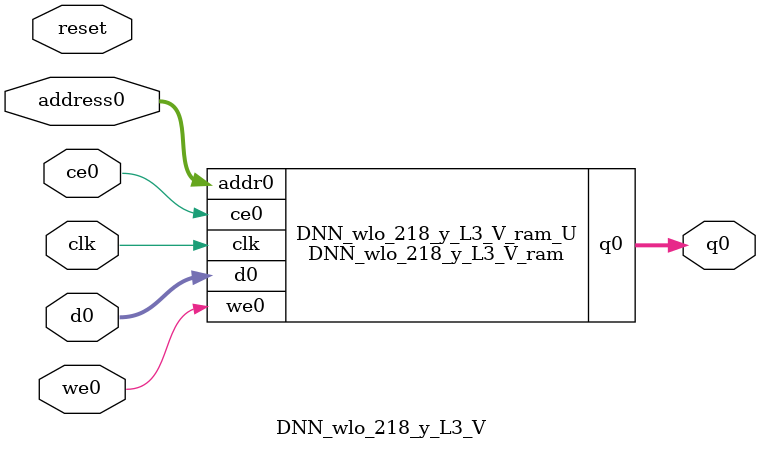
<source format=v>
`timescale 1 ns / 1 ps
module DNN_wlo_218_y_L3_V_ram (addr0, ce0, d0, we0, q0,  clk);

parameter DWIDTH = 21;
parameter AWIDTH = 7;
parameter MEM_SIZE = 104;

input[AWIDTH-1:0] addr0;
input ce0;
input[DWIDTH-1:0] d0;
input we0;
output reg[DWIDTH-1:0] q0;
input clk;

(* ram_style = "block" *)reg [DWIDTH-1:0] ram[0:MEM_SIZE-1];




always @(posedge clk)  
begin 
    if (ce0) 
    begin
        if (we0) 
        begin 
            ram[addr0] <= d0; 
        end 
        q0 <= ram[addr0];
    end
end


endmodule

`timescale 1 ns / 1 ps
module DNN_wlo_218_y_L3_V(
    reset,
    clk,
    address0,
    ce0,
    we0,
    d0,
    q0);

parameter DataWidth = 32'd21;
parameter AddressRange = 32'd104;
parameter AddressWidth = 32'd7;
input reset;
input clk;
input[AddressWidth - 1:0] address0;
input ce0;
input we0;
input[DataWidth - 1:0] d0;
output[DataWidth - 1:0] q0;



DNN_wlo_218_y_L3_V_ram DNN_wlo_218_y_L3_V_ram_U(
    .clk( clk ),
    .addr0( address0 ),
    .ce0( ce0 ),
    .we0( we0 ),
    .d0( d0 ),
    .q0( q0 ));

endmodule


</source>
